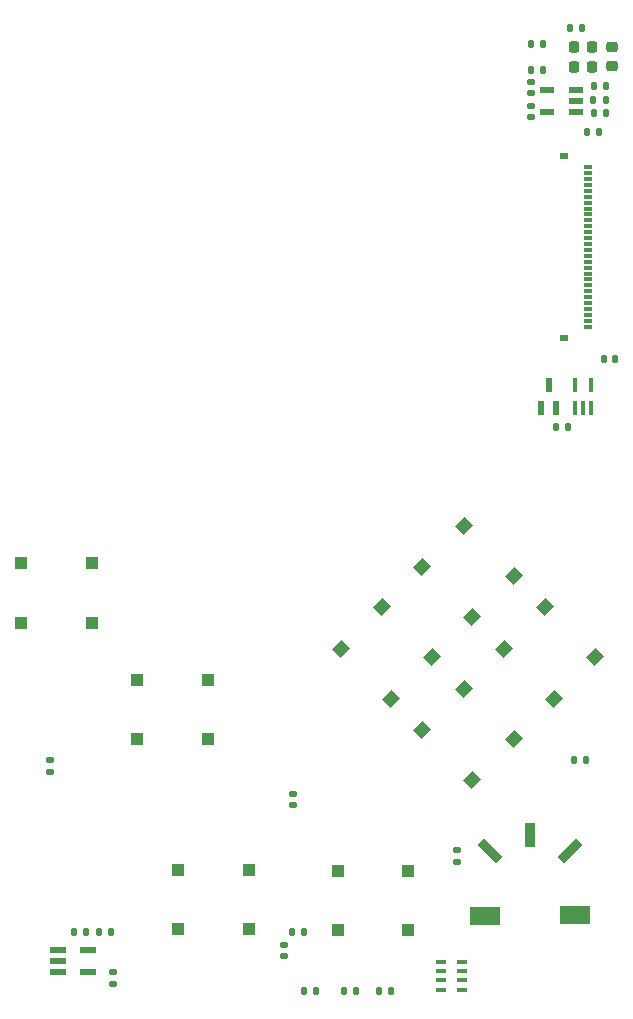
<source format=gbr>
%TF.GenerationSoftware,KiCad,Pcbnew,7.0.1*%
%TF.CreationDate,2024-08-11T10:53:17-07:00*%
%TF.ProjectId,agbc,61676263-2e6b-4696-9361-645f70636258,X4/X5*%
%TF.SameCoordinates,Original*%
%TF.FileFunction,Paste,Bot*%
%TF.FilePolarity,Positive*%
%FSLAX46Y46*%
G04 Gerber Fmt 4.6, Leading zero omitted, Abs format (unit mm)*
G04 Created by KiCad (PCBNEW 7.0.1) date 2024-08-11 10:53:17*
%MOMM*%
%LPD*%
G01*
G04 APERTURE LIST*
G04 Aperture macros list*
%AMRoundRect*
0 Rectangle with rounded corners*
0 $1 Rounding radius*
0 $2 $3 $4 $5 $6 $7 $8 $9 X,Y pos of 4 corners*
0 Add a 4 corners polygon primitive as box body*
4,1,4,$2,$3,$4,$5,$6,$7,$8,$9,$2,$3,0*
0 Add four circle primitives for the rounded corners*
1,1,$1+$1,$2,$3*
1,1,$1+$1,$4,$5*
1,1,$1+$1,$6,$7*
1,1,$1+$1,$8,$9*
0 Add four rect primitives between the rounded corners*
20,1,$1+$1,$2,$3,$4,$5,0*
20,1,$1+$1,$4,$5,$6,$7,0*
20,1,$1+$1,$6,$7,$8,$9,0*
20,1,$1+$1,$8,$9,$2,$3,0*%
%AMRotRect*
0 Rectangle, with rotation*
0 The origin of the aperture is its center*
0 $1 length*
0 $2 width*
0 $3 Rotation angle, in degrees counterclockwise*
0 Add horizontal line*
21,1,$1,$2,0,0,$3*%
G04 Aperture macros list end*
%ADD10RoundRect,0.140000X0.140000X0.170000X-0.140000X0.170000X-0.140000X-0.170000X0.140000X-0.170000X0*%
%ADD11R,1.000000X1.100000*%
%ADD12RoundRect,0.140000X0.170000X-0.140000X0.170000X0.140000X-0.170000X0.140000X-0.170000X-0.140000X0*%
%ADD13RoundRect,0.218750X-0.218750X-0.256250X0.218750X-0.256250X0.218750X0.256250X-0.218750X0.256250X0*%
%ADD14RotRect,0.800000X2.200000X225.000000*%
%ADD15R,2.600000X1.500000*%
%ADD16RotRect,0.800000X2.200000X135.000000*%
%ADD17R,0.823000X2.000000*%
%ADD18RoundRect,0.135000X0.135000X0.185000X-0.135000X0.185000X-0.135000X-0.185000X0.135000X-0.185000X0*%
%ADD19RoundRect,0.135000X-0.135000X-0.185000X0.135000X-0.185000X0.135000X0.185000X-0.135000X0.185000X0*%
%ADD20R,1.200000X0.600000*%
%ADD21R,0.900000X0.400000*%
%ADD22RotRect,1.000000X1.100000X315.000000*%
%ADD23RoundRect,0.218750X0.218750X0.256250X-0.218750X0.256250X-0.218750X-0.256250X0.218750X-0.256250X0*%
%ADD24RoundRect,0.218750X0.256250X-0.218750X0.256250X0.218750X-0.256250X0.218750X-0.256250X-0.218750X0*%
%ADD25RoundRect,0.135000X-0.185000X0.135000X-0.185000X-0.135000X0.185000X-0.135000X0.185000X0.135000X0*%
%ADD26R,0.550000X1.150000*%
%ADD27RoundRect,0.140000X-0.170000X0.140000X-0.170000X-0.140000X0.170000X-0.140000X0.170000X0.140000X0*%
%ADD28R,0.400000X1.200000*%
%ADD29R,0.650000X0.300000*%
%ADD30R,0.800000X0.550000*%
%ADD31R,1.400000X0.600000*%
G04 APERTURE END LIST*
D10*
%TO.C,C12*%
X163150000Y-77825000D03*
X162190000Y-77825000D03*
%TD*%
D11*
%TO.C,SW6*%
X128700000Y-105050000D03*
X122700000Y-105050000D03*
X128700000Y-110050000D03*
X122700000Y-110050000D03*
%TD*%
D12*
%TO.C,C27*%
X156050000Y-55340000D03*
X156050000Y-54380000D03*
%TD*%
%TO.C,C26*%
X156050000Y-57350000D03*
X156050000Y-56390000D03*
%TD*%
%TO.C,C16*%
X120625000Y-130725000D03*
X120625000Y-129765000D03*
%TD*%
D13*
%TO.C,D3*%
X159650000Y-53150000D03*
X161225000Y-53150000D03*
%TD*%
D14*
%TO.C,VR1*%
X152550000Y-119450000D03*
D15*
X159750000Y-124950000D03*
D16*
X159350000Y-119450000D03*
D17*
X155961500Y-118150000D03*
D15*
X152150000Y-124973000D03*
%TD*%
D18*
%TO.C,R22*%
X118335000Y-126350000D03*
X117315000Y-126350000D03*
%TD*%
D19*
%TO.C,R2*%
X135780000Y-126350000D03*
X136800000Y-126350000D03*
%TD*%
D20*
%TO.C,U9*%
X159860000Y-55050000D03*
X159860000Y-56000000D03*
X159860000Y-56950000D03*
X157360000Y-56950000D03*
X157360000Y-55050000D03*
%TD*%
D21*
%TO.C,RN1*%
X148450000Y-131250000D03*
X148450000Y-130450000D03*
X148450000Y-129650000D03*
X148450000Y-128850000D03*
X150150000Y-128850000D03*
X150150000Y-129650000D03*
X150150000Y-130450000D03*
X150150000Y-131250000D03*
%TD*%
D22*
%TO.C,SW4*%
X153705245Y-102369218D03*
X157947885Y-106611858D03*
X157240779Y-98833684D03*
X161483419Y-103076324D03*
%TD*%
D10*
%TO.C,C28*%
X161750000Y-58600000D03*
X160790000Y-58600000D03*
%TD*%
D18*
%TO.C,R19*%
X162340000Y-55900000D03*
X161320000Y-55900000D03*
%TD*%
D10*
%TO.C,C6*%
X144150000Y-131350000D03*
X143190000Y-131350000D03*
%TD*%
D19*
%TO.C,R15*%
X159655000Y-111750000D03*
X160675000Y-111750000D03*
%TD*%
D18*
%TO.C,R21*%
X162350000Y-54700000D03*
X161330000Y-54700000D03*
%TD*%
D10*
%TO.C,C3*%
X141200000Y-131350000D03*
X140240000Y-131350000D03*
%TD*%
D18*
%TO.C,R12*%
X120460000Y-126350000D03*
X119440000Y-126350000D03*
%TD*%
D10*
%TO.C,C4*%
X137800000Y-131350000D03*
X136840000Y-131350000D03*
%TD*%
D23*
%TO.C,D2*%
X161225000Y-51450000D03*
X159650000Y-51450000D03*
%TD*%
D24*
%TO.C,D1*%
X162850000Y-52987500D03*
X162850000Y-51412500D03*
%TD*%
D18*
%TO.C,R20*%
X162350000Y-57050000D03*
X161330000Y-57050000D03*
%TD*%
%TO.C,R18*%
X157035000Y-53350000D03*
X156015000Y-53350000D03*
%TD*%
D25*
%TO.C,R5*%
X115275000Y-111765000D03*
X115275000Y-112785000D03*
%TD*%
D11*
%TO.C,SW8*%
X145650000Y-121150000D03*
X139650000Y-121150000D03*
X145650000Y-126150000D03*
X139650000Y-126150000D03*
%TD*%
%TO.C,SW7*%
X132172025Y-121100000D03*
X126172025Y-121100000D03*
X132172025Y-126100000D03*
X126172025Y-126100000D03*
%TD*%
D26*
%TO.C,Q2*%
X158175000Y-82000000D03*
X156875000Y-82000000D03*
X157525000Y-80000000D03*
%TD*%
D10*
%TO.C,C29*%
X159130000Y-83575000D03*
X158170000Y-83575000D03*
%TD*%
D11*
%TO.C,SW5*%
X118850000Y-95150000D03*
X112850000Y-95150000D03*
X118850000Y-100150000D03*
X112850000Y-100150000D03*
%TD*%
D27*
%TO.C,C9*%
X135850000Y-114670000D03*
X135850000Y-115630000D03*
%TD*%
D19*
%TO.C,R17*%
X156000000Y-51200000D03*
X157020000Y-51200000D03*
%TD*%
D22*
%TO.C,SW2*%
X146805245Y-109269218D03*
X151047885Y-113511858D03*
X150340779Y-105733684D03*
X154583419Y-109976324D03*
%TD*%
D28*
%TO.C,IC2*%
X161075000Y-81950000D03*
X160425000Y-81950000D03*
X159775000Y-81950000D03*
X159775000Y-80050000D03*
X161075000Y-80050000D03*
%TD*%
D25*
%TO.C,R16*%
X149800000Y-119430000D03*
X149800000Y-120450000D03*
%TD*%
D22*
%TO.C,SW3*%
X146805245Y-95469218D03*
X151047885Y-99711858D03*
X150340779Y-91933684D03*
X154583419Y-96176324D03*
%TD*%
D27*
%TO.C,C2*%
X135100000Y-127450000D03*
X135100000Y-128410000D03*
%TD*%
D22*
%TO.C,SW1*%
X139905245Y-102369218D03*
X144147885Y-106611858D03*
X143440779Y-98833684D03*
X147683419Y-103076324D03*
%TD*%
D19*
%TO.C,R9*%
X159330000Y-49775000D03*
X160350000Y-49775000D03*
%TD*%
D29*
%TO.C,J3*%
X160875000Y-75100000D03*
X160875000Y-74600000D03*
X160875000Y-74100000D03*
X160875000Y-73600000D03*
X160875000Y-73100000D03*
X160875000Y-72600000D03*
X160875000Y-72100000D03*
X160875000Y-71600000D03*
X160875000Y-71100000D03*
X160875000Y-70600000D03*
X160875000Y-70100000D03*
X160875000Y-69600000D03*
X160875000Y-69100000D03*
X160875000Y-68600000D03*
X160875000Y-68100000D03*
X160875000Y-67600000D03*
X160875000Y-67100000D03*
X160875000Y-66600000D03*
X160875000Y-66100000D03*
X160875000Y-65600000D03*
X160875000Y-65100000D03*
X160875000Y-64600000D03*
X160875000Y-64100000D03*
X160875000Y-63600000D03*
X160875000Y-63100000D03*
X160875000Y-62600000D03*
X160875000Y-62100000D03*
X160875000Y-61600000D03*
D30*
X158800000Y-76025000D03*
X158800000Y-60675000D03*
%TD*%
D31*
%TO.C,IC1*%
X116000000Y-129750000D03*
X116000000Y-128800000D03*
X116000000Y-127850000D03*
X118500000Y-127850000D03*
X118500000Y-129750000D03*
%TD*%
M02*

</source>
